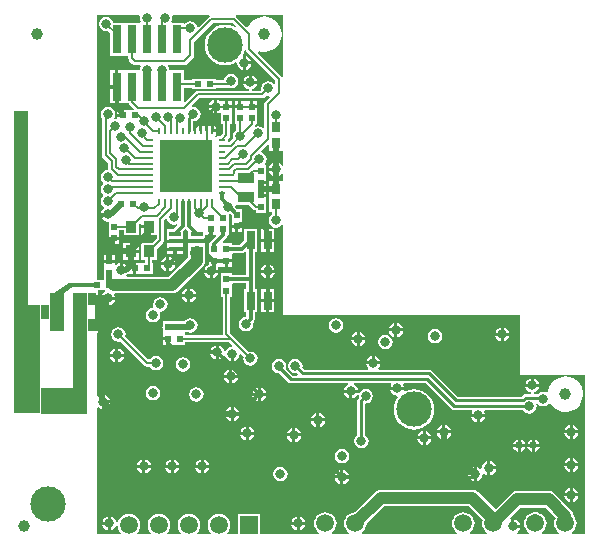
<source format=gtl>
%FSLAX25Y25*%
%MOIN*%
G70*
G01*
G75*
G04 Layer_Physical_Order=1*
G04 Layer_Color=255*
%ADD10O,0.00984X0.02559*%
%ADD11O,0.02559X0.00984*%
%ADD12R,0.17716X0.17716*%
%ADD13R,0.02953X0.03543*%
%ADD14R,0.05315X0.03740*%
%ADD15R,0.01575X0.01575*%
%ADD16R,0.00039X0.11811*%
%ADD17R,0.02559X0.06102*%
%ADD18R,0.03543X0.03937*%
%ADD19R,0.03937X0.01378*%
%ADD20R,0.02953X0.09449*%
%ADD21R,0.01969X0.02362*%
%ADD22R,0.02362X0.01969*%
%ADD23C,0.03937*%
%ADD24C,0.00787*%
%ADD25C,0.02000*%
%ADD26C,0.01969*%
%ADD27C,0.01181*%
%ADD28C,0.01000*%
%ADD29C,0.03937*%
%ADD30R,0.02913X0.03937*%
%ADD31R,0.03150X0.04724*%
%ADD32R,0.05079X0.19193*%
%ADD33R,0.03937X0.36142*%
%ADD34R,0.04764X1.00709*%
%ADD35R,0.15590X0.08583*%
%ADD36R,0.04764X0.12598*%
%ADD37R,0.05079X0.12598*%
%ADD38R,0.07992X0.01811*%
G04:AMPARAMS|DCode=39|XSize=18.11mil|YSize=66.44mil|CornerRadius=0mil|HoleSize=0mil|Usage=FLASHONLY|Rotation=124.500|XOffset=0mil|YOffset=0mil|HoleType=Round|Shape=Rectangle|*
%AMROTATEDRECTD39*
4,1,4,0.03251,0.01135,-0.02225,-0.02628,-0.03251,-0.01135,0.02225,0.02628,0.03251,0.01135,0.0*
%
%ADD39ROTATEDRECTD39*%

%ADD40R,0.03500X0.06000*%
%ADD41R,0.04000X0.03870*%
%ADD42R,0.04000X0.03709*%
%ADD43C,0.05906*%
%ADD44R,0.05906X0.05906*%
%ADD45C,0.11811*%
%ADD46C,0.02598*%
%ADD47C,0.03150*%
G36*
X495218Y249351D02*
X494856Y248476D01*
X494728Y247500D01*
X494856Y246524D01*
X495233Y245614D01*
X495832Y244832D01*
X496300Y244474D01*
X496140Y244000D01*
X490860D01*
X490700Y244474D01*
X491167Y244832D01*
X491767Y245614D01*
X492144Y246524D01*
X492272Y247500D01*
X492144Y248476D01*
X491767Y249386D01*
X491167Y250167D01*
X490386Y250767D01*
X489476Y251144D01*
X489245Y251174D01*
X489219Y251185D01*
X488500Y251280D01*
X487781Y251185D01*
X487755Y251174D01*
X487524Y251144D01*
X486614Y250767D01*
X485833Y250167D01*
X485233Y249386D01*
X484856Y248476D01*
X484728Y247500D01*
X484856Y246524D01*
X485233Y245614D01*
X485833Y244832D01*
X486300Y244474D01*
X486140Y244000D01*
X482372D01*
X482226Y244479D01*
X482703Y244797D01*
X483225Y245578D01*
X483309Y246000D01*
X481000D01*
Y246500D01*
X480500D01*
Y248809D01*
X480396Y248788D01*
X480160Y249229D01*
X483651Y252720D01*
X491849D01*
X495218Y249351D01*
D02*
G37*
G36*
X470925Y248644D02*
X470856Y248476D01*
X470728Y247500D01*
X470856Y246524D01*
X471233Y245614D01*
X471833Y244832D01*
X472300Y244474D01*
X472140Y244000D01*
X466860D01*
X466700Y244474D01*
X467168Y244832D01*
X467767Y245614D01*
X468144Y246524D01*
X468272Y247500D01*
X468144Y248476D01*
X467767Y249386D01*
X467168Y250167D01*
X466386Y250767D01*
X465476Y251144D01*
X464500Y251272D01*
X463524Y251144D01*
X462614Y250767D01*
X461833Y250167D01*
X461233Y249386D01*
X460856Y248476D01*
X460728Y247500D01*
X460856Y246524D01*
X461233Y245614D01*
X461833Y244832D01*
X462300Y244474D01*
X462140Y244000D01*
X430860D01*
X430700Y244474D01*
X431168Y244832D01*
X431767Y245614D01*
X432144Y246524D01*
X432248Y247317D01*
X438151Y253220D01*
X466349D01*
X470925Y248644D01*
D02*
G37*
G36*
X399500Y390091D02*
X399764Y390144D01*
X400000Y389703D01*
X398393Y388096D01*
X398131Y387705D01*
X398040Y387244D01*
X398040Y387244D01*
Y379508D01*
X397599Y379273D01*
X396922Y379725D01*
X396000Y379908D01*
X395490Y379807D01*
X395196Y380101D01*
X395388Y380563D01*
X395772D01*
Y384146D01*
X395772Y384146D01*
X395772D01*
X395772Y384500D01*
Y384500D01*
D01*
X395772Y384854D01*
X395772Y384854D01*
X395772D01*
Y385968D01*
X394000D01*
Y386469D01*
X393500D01*
Y388437D01*
X392228D01*
D01*
D01*
X392228Y388437D01*
X391772D01*
Y388437D01*
X390500D01*
Y386469D01*
X390000D01*
Y385968D01*
X388228D01*
Y384854D01*
X388228Y384854D01*
X388228D01*
X388228Y384500D01*
Y384500D01*
D01*
X388228Y384146D01*
X388228Y384146D01*
X388228D01*
Y380563D01*
X388796D01*
Y378536D01*
X388297Y378203D01*
X387775Y377422D01*
X387592Y376500D01*
X387708Y375912D01*
X386573Y374776D01*
X386074Y374801D01*
X385926Y374980D01*
X386001Y375358D01*
X385937Y375683D01*
X386351Y376097D01*
X386351Y376097D01*
X386613Y376488D01*
X386704Y376949D01*
Y380563D01*
X387272D01*
Y384146D01*
X387272Y384146D01*
X387272D01*
X387272Y384500D01*
Y384500D01*
D01*
X387272Y384854D01*
X387272Y384854D01*
X387272D01*
Y385968D01*
X385500D01*
Y386469D01*
X385000D01*
Y388437D01*
X383728D01*
Y388437D01*
X383274Y388437D01*
X382890Y388694D01*
X382469Y388777D01*
Y386469D01*
Y384159D01*
X382890Y384243D01*
X383274Y384500D01*
X383304D01*
X383728Y384273D01*
X383728Y384146D01*
X383728Y384146D01*
X383728D01*
Y380563D01*
X384296D01*
Y377448D01*
X383511Y376663D01*
X383122D01*
X382623Y376564D01*
X382200Y376281D01*
X382124Y376168D01*
X381774Y376274D01*
X381668Y376624D01*
X381781Y376700D01*
X382064Y377123D01*
X382163Y377622D01*
Y377909D01*
X380858D01*
Y378410D01*
X380358D01*
Y380402D01*
X379936Y380119D01*
X379812D01*
X379390Y380402D01*
Y378410D01*
X378390D01*
Y380402D01*
X377967Y380119D01*
X377844D01*
X377421Y380402D01*
Y378410D01*
X376421D01*
Y380402D01*
X375999Y380119D01*
X375875D01*
X375453Y380402D01*
Y378410D01*
X374453D01*
Y380637D01*
X374297Y380765D01*
Y381425D01*
X374500Y381592D01*
X375422Y381775D01*
X376203Y382297D01*
X376725Y383078D01*
X376908Y384000D01*
X376725Y384922D01*
X376203Y385703D01*
X375422Y386225D01*
X374500Y386408D01*
X374236Y386356D01*
X374000Y386797D01*
X376499Y389296D01*
X381523D01*
X381524Y389290D01*
X382413D01*
X382414Y389296D01*
X397500D01*
X397500Y389296D01*
X397961Y389387D01*
X398352Y389649D01*
X398912Y390209D01*
X399500Y390091D01*
D02*
G37*
G36*
X334008Y326000D02*
X332982Y327492D01*
X334008Y327811D01*
Y326000D01*
D02*
G37*
G36*
X356714Y416613D02*
X356592Y416000D01*
X356775Y415078D01*
X356943Y414827D01*
X356707Y414386D01*
X356264D01*
Y414386D01*
X351736D01*
D01*
D01*
X351736Y414386D01*
X351264D01*
Y414386D01*
X347832D01*
X347725Y414922D01*
X347203Y415703D01*
X346422Y416225D01*
X345500Y416408D01*
X344578Y416225D01*
X343797Y415703D01*
X343275Y414922D01*
X343092Y414000D01*
X343275Y413078D01*
X343797Y412297D01*
X344578Y411775D01*
X345500Y411591D01*
X346088Y411709D01*
X346736Y411061D01*
Y403362D01*
X351264D01*
Y403362D01*
X351264D01*
X351264Y403362D01*
X351736D01*
Y403362D01*
X352796D01*
Y402500D01*
X352796Y402500D01*
X352887Y402039D01*
X353149Y401649D01*
X354149Y400648D01*
X354149Y400648D01*
X354383Y400492D01*
X354539Y400387D01*
X355000Y400296D01*
X356828D01*
X357064Y399855D01*
X356775Y399422D01*
X356619Y398638D01*
X356264D01*
Y398638D01*
X351736D01*
D01*
D01*
X351736Y398638D01*
X351264D01*
Y398638D01*
X349500D01*
Y393126D01*
Y387614D01*
X351264D01*
Y387614D01*
X351264D01*
X351264Y387614D01*
X351736D01*
Y387614D01*
X352872D01*
X352887Y387539D01*
X353149Y387148D01*
X354563Y385734D01*
X354372Y385272D01*
X353000D01*
D01*
X353000Y385272D01*
X353000D01*
Y385272D01*
D01*
X351532D01*
Y383500D01*
X351031D01*
Y383000D01*
X349063D01*
Y382691D01*
X348725Y382413D01*
X348230Y382486D01*
X348030Y382786D01*
X348225Y383078D01*
X348409Y384000D01*
X348225Y384922D01*
X347703Y385703D01*
X346922Y386225D01*
X346000Y386408D01*
X345078Y386225D01*
X344297Y385703D01*
X343775Y384922D01*
X343591Y384000D01*
X343775Y383078D01*
X344124Y382556D01*
X344067Y382272D01*
X344067Y382272D01*
Y370228D01*
X344067Y370228D01*
X344159Y369767D01*
X344420Y369377D01*
X346052Y367745D01*
Y365744D01*
X346052Y365744D01*
X346052Y365744D01*
X346052Y365744D01*
X346000Y365408D01*
X345078Y365225D01*
X344297Y364703D01*
X343775Y363922D01*
X343591Y363000D01*
X343775Y362078D01*
X344297Y361297D01*
X344367Y361250D01*
Y360750D01*
X344297Y360703D01*
X343775Y359922D01*
X343591Y359000D01*
X343775Y358078D01*
X344297Y357297D01*
X344367Y357250D01*
Y356750D01*
X344297Y356703D01*
X343775Y355922D01*
X343591Y355000D01*
X343775Y354078D01*
X344297Y353297D01*
X344741Y353000D01*
Y352500D01*
X344297Y352203D01*
X343775Y351422D01*
X343691Y351000D01*
X346000D01*
Y350000D01*
X343691D01*
X343775Y349578D01*
X344297Y348797D01*
X345078Y348275D01*
X346000Y348092D01*
X346228Y347904D01*
Y344854D01*
X346228Y344854D01*
X346228D01*
X346228Y344500D01*
Y344500D01*
D01*
X346228Y344146D01*
X346228Y344146D01*
X346228D01*
Y343032D01*
X349772D01*
Y344146D01*
X349772Y344146D01*
X349772D01*
X349772Y344500D01*
Y344500D01*
D01*
X349772Y344854D01*
X349772Y344854D01*
X349772D01*
Y345264D01*
X351291D01*
Y343673D01*
X356409D01*
Y347285D01*
X356735Y347611D01*
X357197Y347419D01*
Y346929D01*
X359756D01*
Y346429D01*
X360256D01*
Y343673D01*
X362296D01*
Y342503D01*
X360710Y340917D01*
X357098D01*
Y335405D01*
X358453D01*
Y334272D01*
X357354D01*
X357354Y334272D01*
Y334272D01*
X357000Y334272D01*
X357000D01*
D01*
X356646Y334272D01*
X356646Y334272D01*
Y334272D01*
X355532D01*
Y332500D01*
Y330728D01*
X356646D01*
X356646Y330728D01*
Y330728D01*
X357000Y330728D01*
X357000D01*
D01*
X357354Y330728D01*
X357354Y330728D01*
Y330728D01*
X360937D01*
Y334272D01*
X360862D01*
Y335405D01*
X362216D01*
Y339017D01*
X364352Y341152D01*
X364352Y341152D01*
X364508Y341387D01*
X364613Y341543D01*
X364704Y342004D01*
X364704Y342004D01*
X364704Y342004D01*
Y342004D01*
Y348501D01*
X365235Y349032D01*
X365714Y348887D01*
X365775Y348578D01*
X366297Y347797D01*
X367078Y347275D01*
X368000Y347092D01*
X368908Y347272D01*
X369143Y346831D01*
X367848Y345535D01*
X365602D01*
Y342583D01*
Y342000D01*
X371114D01*
Y342583D01*
Y344828D01*
X371918Y345632D01*
X371991Y345625D01*
X372787Y344828D01*
Y342583D01*
Y342000D01*
X378299D01*
Y342583D01*
Y343563D01*
X378728D01*
Y343563D01*
X380000D01*
Y345532D01*
X381000D01*
Y343563D01*
X381923D01*
X382114Y343101D01*
X380507Y341494D01*
X380202Y341038D01*
X380182Y340937D01*
X379728D01*
Y337354D01*
X379728Y337354D01*
X379728D01*
X379728Y337000D01*
Y337000D01*
D01*
X379728Y336646D01*
X379728Y336646D01*
X379728D01*
Y335531D01*
X381500D01*
Y334531D01*
X379728D01*
Y333755D01*
X379578Y333725D01*
X378797Y333203D01*
X378275Y332422D01*
X378191Y332000D01*
X382809D01*
X382725Y332422D01*
X382591Y332622D01*
X382827Y333063D01*
X383272D01*
Y333063D01*
X383272D01*
X383272Y333063D01*
X383728D01*
Y333063D01*
X385000D01*
Y335032D01*
X385500D01*
Y335531D01*
X387272D01*
Y336646D01*
X387272Y336646D01*
X387272D01*
X387272Y337000D01*
Y337000D01*
D01*
Y337210D01*
X387625Y337563D01*
X390575D01*
X391112Y337670D01*
X391568Y337975D01*
X391568Y337975D01*
X391568Y337975D01*
X391680Y338087D01*
X392142Y337896D01*
Y330374D01*
X387272D01*
Y330937D01*
X383728D01*
Y327354D01*
X383728Y327354D01*
X383728D01*
X383728Y327000D01*
Y327000D01*
D01*
X383728Y326646D01*
X383728Y326646D01*
X383728D01*
Y323063D01*
X384296D01*
Y310500D01*
X384296Y310500D01*
X384079Y310236D01*
X371772D01*
Y310646D01*
X371772Y310647D01*
D01*
D01*
X371772Y311000D01*
D01*
Y311000D01*
Y311000D01*
D01*
Y311018D01*
X371772Y311162D01*
X372969D01*
X373057Y311180D01*
X373500Y311091D01*
X374422Y311275D01*
X375203Y311797D01*
X375725Y312578D01*
X375908Y313500D01*
X375725Y314422D01*
X375203Y315203D01*
X374422Y315725D01*
X373500Y315909D01*
X372578Y315725D01*
X371797Y315203D01*
X371619Y314937D01*
X368228D01*
D01*
D01*
X368228Y314937D01*
X367772Y314937D01*
Y314937D01*
X364228D01*
Y313143D01*
X364194Y312968D01*
X364228Y312794D01*
Y311354D01*
X364228Y311354D01*
X364228D01*
X364228Y311000D01*
Y311000D01*
D01*
X364228Y310646D01*
X364228Y310646D01*
X364228D01*
Y309531D01*
X366000D01*
Y309032D01*
X366500D01*
Y307063D01*
X367772D01*
Y307063D01*
X367772D01*
X367772Y307063D01*
X368228Y307063D01*
Y307063D01*
X371772D01*
Y307827D01*
X386470D01*
X387449Y306848D01*
X387304Y306369D01*
X386578Y306225D01*
X385797Y305703D01*
X385291Y304946D01*
X384800Y305043D01*
X384725Y305422D01*
X384203Y306203D01*
X383422Y306725D01*
X383000Y306809D01*
Y304500D01*
Y302191D01*
X383422Y302275D01*
X384203Y302797D01*
X384709Y303554D01*
X385200Y303457D01*
X385275Y303078D01*
X385797Y302297D01*
X386578Y301775D01*
X387000Y301691D01*
Y304000D01*
X388000D01*
Y301691D01*
X388422Y301775D01*
X389203Y302297D01*
X389725Y303078D01*
X389869Y303804D01*
X390348Y303949D01*
X391209Y303088D01*
X391091Y302500D01*
X391275Y301578D01*
X391797Y300797D01*
X392578Y300275D01*
X393500Y300092D01*
X394422Y300275D01*
X395203Y300797D01*
X395725Y301578D01*
X395908Y302500D01*
X395725Y303422D01*
X395203Y304203D01*
X394422Y304725D01*
X393500Y304908D01*
X392912Y304791D01*
X387820Y309883D01*
X387820Y309883D01*
X386704Y310999D01*
Y323063D01*
X387272D01*
Y326646D01*
X387272Y326646D01*
X387272D01*
X387272Y327000D01*
Y327000D01*
D01*
Y327210D01*
X387625Y327564D01*
X392142D01*
Y325504D01*
X391480D01*
Y317827D01*
X392142D01*
Y316525D01*
X392000Y316408D01*
X391078Y316225D01*
X390297Y315703D01*
X389775Y314922D01*
X389592Y314000D01*
X389775Y313078D01*
X390297Y312297D01*
X391078Y311775D01*
X392000Y311592D01*
X392922Y311775D01*
X393703Y312297D01*
X394225Y313078D01*
X394408Y314000D01*
X394338Y314352D01*
X394541Y314554D01*
X394845Y315010D01*
X394952Y315547D01*
Y317827D01*
X395614D01*
Y325504D01*
X394952D01*
Y329000D01*
Y338102D01*
X395614D01*
Y345779D01*
X391480D01*
Y341861D01*
X389993Y340373D01*
X387272D01*
Y340937D01*
X384577D01*
X384386Y341399D01*
X385493Y342507D01*
X385798Y342962D01*
X385905Y343500D01*
Y343563D01*
X386272D01*
Y347146D01*
X386272Y347147D01*
X386272D01*
X386272Y347500D01*
Y347500D01*
D01*
X386272Y347854D01*
X386272Y347854D01*
X386272D01*
Y350646D01*
X386742Y350739D01*
X387228Y350253D01*
Y348854D01*
X387228Y348854D01*
X387228D01*
X387228Y348500D01*
Y348500D01*
D01*
X387228Y348146D01*
X387228Y348146D01*
X387228D01*
Y347031D01*
X390772D01*
Y348146D01*
X390772Y348146D01*
X390772D01*
X390772Y348500D01*
Y348500D01*
D01*
X390772Y348854D01*
X390772Y348854D01*
X390772D01*
Y352437D01*
X389018D01*
X388397Y353059D01*
X388367Y353208D01*
X388684Y353594D01*
X392954D01*
X394369Y352180D01*
X394369Y352180D01*
X394760Y351919D01*
X394760Y351919D01*
X394760Y351919D01*
D01*
X394760Y351919D01*
X394760Y351919D01*
X395220Y351827D01*
X395228Y351788D01*
Y351063D01*
X398772D01*
Y355000D01*
D01*
Y355000D01*
X398772Y355000D01*
Y355000D01*
X398772D01*
X398772D01*
Y356469D01*
X397000D01*
Y357469D01*
X398772D01*
Y358937D01*
D01*
Y358937D01*
X398772Y358937D01*
X398772Y359063D01*
X398772D01*
Y360531D01*
X397000D01*
Y361531D01*
X398772D01*
Y363000D01*
D01*
Y363000D01*
X398772Y363000D01*
Y363000D01*
X398772D01*
X398772D01*
Y366937D01*
X398493D01*
X398257Y367378D01*
X398725Y368078D01*
X398908Y369000D01*
X398725Y369922D01*
X398203Y370703D01*
X397422Y371225D01*
X397199Y371269D01*
X397054Y371748D01*
X399274Y373969D01*
X399736Y373777D01*
Y371783D01*
X401500D01*
Y374342D01*
X402500D01*
Y371783D01*
X404264D01*
D01*
X404264D01*
X404500Y371547D01*
Y366872D01*
X404022Y366726D01*
X403703Y367203D01*
X402922Y367725D01*
X402500Y367809D01*
Y365500D01*
Y363191D01*
X402922Y363275D01*
X403703Y363797D01*
X404022Y364274D01*
X404500Y364128D01*
Y361717D01*
X404500D01*
X404264D01*
X404146Y361717D01*
X404146Y361717D01*
Y361717D01*
X402500D01*
Y359157D01*
X402000D01*
Y358658D01*
X399736D01*
Y356755D01*
X399736Y356755D01*
X399736D01*
X399736Y356598D01*
Y356500D01*
Y356402D01*
X399736Y356245D01*
X399736Y356245D01*
X399736D01*
Y351284D01*
X400796D01*
Y350536D01*
X400297Y350203D01*
X399775Y349422D01*
X399591Y348500D01*
X399775Y347578D01*
X400297Y346797D01*
X401078Y346275D01*
X401078D01*
X400993Y345845D01*
D01*
Y345845D01*
X400993Y345845D01*
D01*
Y345845D01*
X400980Y345779D01*
X399756D01*
Y342441D01*
X401323D01*
Y345711D01*
X401323D01*
Y345779D01*
X401323D01*
Y345779D01*
D01*
D01*
X401339Y345862D01*
X401755Y346140D01*
X402000Y346092D01*
X402922Y346275D01*
X403703Y346797D01*
X404022Y347274D01*
X404500Y347128D01*
Y317000D01*
X483500D01*
Y297000D01*
X505000D01*
Y244000D01*
X500860D01*
X500700Y244474D01*
X501167Y244832D01*
X501767Y245614D01*
X502144Y246524D01*
X502272Y247500D01*
X502144Y248476D01*
X501767Y249386D01*
X501276Y250026D01*
X501185Y250719D01*
X500907Y251390D01*
X500465Y251965D01*
X494966Y257466D01*
X494390Y257907D01*
X493719Y258185D01*
X493000Y258280D01*
X482500D01*
X481781Y258185D01*
X481110Y257907D01*
X480535Y257466D01*
X475250Y252181D01*
X469465Y257965D01*
X468890Y258407D01*
X468219Y258685D01*
X467500Y258780D01*
X437000D01*
X436281Y258685D01*
X435610Y258407D01*
X435035Y257965D01*
X428317Y251248D01*
X427524Y251144D01*
X426614Y250767D01*
X425833Y250167D01*
X425233Y249386D01*
X424856Y248476D01*
X424728Y247500D01*
X424856Y246524D01*
X425233Y245614D01*
X425833Y244832D01*
X426300Y244474D01*
X426140Y244000D01*
X420860D01*
X420700Y244474D01*
X421168Y244832D01*
X421767Y245614D01*
X422144Y246524D01*
X422272Y247500D01*
X422144Y248476D01*
X421767Y249386D01*
X421168Y250167D01*
X420386Y250767D01*
X419476Y251144D01*
X418500Y251272D01*
X417524Y251144D01*
X416614Y250767D01*
X415833Y250167D01*
X415233Y249386D01*
X414856Y248476D01*
X414728Y247500D01*
X414856Y246524D01*
X415233Y245614D01*
X415833Y244832D01*
X416300Y244474D01*
X416140Y244000D01*
X396740D01*
Y250740D01*
X389260D01*
Y244000D01*
X385978D01*
X385756Y244448D01*
X386267Y245114D01*
X386644Y246024D01*
X386772Y247000D01*
X386644Y247976D01*
X386267Y248886D01*
X385667Y249668D01*
X384886Y250267D01*
X383976Y250644D01*
X383000Y250772D01*
X382024Y250644D01*
X381114Y250267D01*
X380332Y249668D01*
X379733Y248886D01*
X379356Y247976D01*
X379228Y247000D01*
X379356Y246024D01*
X379733Y245114D01*
X380243Y244448D01*
X380022Y244000D01*
X375978D01*
X375757Y244448D01*
X376267Y245114D01*
X376644Y246024D01*
X376772Y247000D01*
X376644Y247976D01*
X376267Y248886D01*
X375668Y249668D01*
X374886Y250267D01*
X373976Y250644D01*
X373000Y250772D01*
X372024Y250644D01*
X371114Y250267D01*
X370333Y249668D01*
X369733Y248886D01*
X369356Y247976D01*
X369228Y247000D01*
X369356Y246024D01*
X369733Y245114D01*
X370244Y244448D01*
X370022Y244000D01*
X365978D01*
X365757Y244448D01*
X366267Y245114D01*
X366644Y246024D01*
X366772Y247000D01*
X366644Y247976D01*
X366267Y248886D01*
X365668Y249668D01*
X364886Y250267D01*
X363976Y250644D01*
X363000Y250772D01*
X362024Y250644D01*
X361114Y250267D01*
X360332Y249668D01*
X359733Y248886D01*
X359356Y247976D01*
X359228Y247000D01*
X359356Y246024D01*
X359733Y245114D01*
X360244Y244448D01*
X360022Y244000D01*
X355978D01*
X355756Y244448D01*
X356267Y245114D01*
X356644Y246024D01*
X356772Y247000D01*
X356644Y247976D01*
X356267Y248886D01*
X355667Y249668D01*
X354886Y250267D01*
X353976Y250644D01*
X353000Y250772D01*
X352024Y250644D01*
X351114Y250267D01*
X350332Y249668D01*
X349733Y248886D01*
X349356Y247976D01*
X349340Y247857D01*
X348841Y247841D01*
X348725Y248422D01*
X348203Y249203D01*
X347422Y249725D01*
X347000Y249809D01*
Y247500D01*
Y245191D01*
X347422Y245275D01*
X348203Y245797D01*
X348725Y246578D01*
X348762Y246761D01*
X349261Y246745D01*
X349356Y246024D01*
X349733Y245114D01*
X350243Y244448D01*
X350022Y244000D01*
X342500D01*
Y285965D01*
X342941Y286201D01*
X343578Y285775D01*
X344000Y285691D01*
Y288000D01*
Y290309D01*
X343578Y290225D01*
X342941Y289799D01*
X342500Y290035D01*
Y311017D01*
X342568Y311062D01*
X342731Y311307D01*
X342807D01*
Y317500D01*
X342000D01*
Y318500D01*
X342807D01*
Y324693D01*
X342807D01*
X342807Y325154D01*
X342857Y325228D01*
X344500D01*
D01*
X344500Y325228D01*
X344500Y325228D01*
X344500D01*
Y325228D01*
Y325228D01*
X345057D01*
X345106Y324731D01*
X345078Y324725D01*
X344297Y324203D01*
X343775Y323422D01*
X343691Y323000D01*
X348309D01*
X348225Y323422D01*
X347986Y323779D01*
X348222Y324220D01*
X367500D01*
X368219Y324315D01*
X368890Y324593D01*
X369465Y325034D01*
X369465Y325034D01*
X369465Y325034D01*
X377509Y333078D01*
X377951Y333653D01*
X378228Y334324D01*
X378323Y335043D01*
X378323Y335043D01*
X378323Y335043D01*
Y335043D01*
Y338000D01*
X378299Y338181D01*
Y340024D01*
Y341000D01*
X372787D01*
Y340024D01*
Y338181D01*
X372764Y338000D01*
Y337829D01*
X372720Y337500D01*
X372764Y337171D01*
Y336195D01*
X366349Y329780D01*
X352290D01*
X352145Y330258D01*
X352203Y330297D01*
X352491Y330728D01*
X353063Y330728D01*
Y330728D01*
X354532D01*
Y332500D01*
Y334272D01*
X353063D01*
Y333277D01*
X352585Y333132D01*
X352203Y333703D01*
X351422Y334225D01*
X351000Y334309D01*
Y332000D01*
X350000D01*
Y334309D01*
X349578Y334225D01*
X348797Y333703D01*
X348750Y333633D01*
X348272Y333778D01*
Y334469D01*
X344728D01*
Y333354D01*
X344728Y333354D01*
X344728D01*
X344728Y333000D01*
Y333000D01*
D01*
X344728Y332646D01*
X344728Y332646D01*
X344728D01*
Y331206D01*
X344694Y331031D01*
Y328772D01*
X344500Y328772D01*
D01*
X344500D01*
Y328772D01*
D01*
X342500D01*
Y417000D01*
X356396D01*
X356714Y416613D01*
D02*
G37*
G36*
X379903Y416522D02*
X379883Y416508D01*
X379648Y416352D01*
X379648Y416352D01*
X376265Y412968D01*
X375786Y413113D01*
X375725Y413422D01*
X375203Y414203D01*
X374422Y414725D01*
X373500Y414909D01*
X372578Y414725D01*
X371797Y414203D01*
X371742Y414121D01*
X371264Y414266D01*
Y414386D01*
X367293D01*
X367057Y414827D01*
X367225Y415078D01*
X367408Y416000D01*
X367286Y416613D01*
X367604Y417000D01*
X379758D01*
X379903Y416522D01*
D02*
G37*
G36*
X404500Y396492D02*
X404022Y396347D01*
X403852Y396602D01*
X403852Y396602D01*
X396010Y404443D01*
X396302Y404849D01*
X397000Y404500D01*
X398500D01*
X401500Y405500D01*
X403000Y407000D01*
X404000Y410000D01*
Y411000D01*
X403500Y413000D01*
X402500Y414500D01*
X400500Y416000D01*
X398000Y416500D01*
X396000Y416000D01*
X394000Y415000D01*
X392602Y413136D01*
X392103Y413100D01*
X388851Y416352D01*
X388597Y416522D01*
X388742Y417000D01*
X404500D01*
Y396492D01*
D02*
G37*
G36*
X388539Y413258D02*
X388241Y412857D01*
X387574Y413213D01*
X386312Y413596D01*
X385000Y413725D01*
X383688Y413596D01*
X382426Y413213D01*
X381264Y412592D01*
X380244Y411756D01*
X379408Y410736D01*
X378787Y409574D01*
X378404Y408312D01*
X378275Y407000D01*
X378404Y405688D01*
X378787Y404426D01*
X379408Y403264D01*
X380244Y402245D01*
X381264Y401408D01*
X382426Y400787D01*
X383688Y400404D01*
X385000Y400275D01*
X386312Y400404D01*
X387574Y400787D01*
X388709Y401394D01*
X389110Y401096D01*
X389091Y401000D01*
X389275Y400078D01*
X389797Y399297D01*
X390578Y398775D01*
X391000Y398691D01*
Y401000D01*
Y403532D01*
X390846Y403739D01*
X391213Y404426D01*
X391434Y405154D01*
X391929Y405227D01*
X392148Y404899D01*
X401796Y395251D01*
Y394177D01*
X401317Y394032D01*
X401203Y394203D01*
X400422Y394725D01*
X399500Y394908D01*
X398578Y394725D01*
X397797Y394203D01*
X397275Y393422D01*
X397092Y392500D01*
X397173Y392091D01*
X396856Y391704D01*
X394104D01*
X394055Y392202D01*
X394422Y392275D01*
X395203Y392797D01*
X395725Y393578D01*
X395809Y394000D01*
X391191D01*
X391275Y393578D01*
X391797Y392797D01*
X392578Y392275D01*
X392945Y392202D01*
X392896Y391704D01*
X376000D01*
X375539Y391613D01*
X375149Y391352D01*
X371726Y387929D01*
X371264Y388120D01*
Y392796D01*
X374063D01*
Y392228D01*
X377646D01*
X377646Y392228D01*
Y392228D01*
X378000Y392228D01*
X378000D01*
D01*
X378354Y392228D01*
X378354Y392228D01*
Y392228D01*
X381937D01*
Y392796D01*
X386000D01*
X386000Y392796D01*
X386036Y392803D01*
X386078Y392775D01*
X387000Y392592D01*
X387922Y392775D01*
X388703Y393297D01*
X389225Y394078D01*
X389408Y395000D01*
X389225Y395922D01*
X388703Y396703D01*
X387922Y397225D01*
X387000Y397409D01*
X386078Y397225D01*
X385297Y396703D01*
X384775Y395922D01*
X384632Y395204D01*
X381937D01*
Y395772D01*
X378354D01*
X378354Y395772D01*
Y395772D01*
X378000Y395772D01*
X378000D01*
D01*
X377646Y395772D01*
X377646Y395772D01*
Y395772D01*
X374063D01*
Y395204D01*
X371264D01*
Y398638D01*
X366736D01*
Y398638D01*
X366381D01*
X366225Y399422D01*
X365936Y399855D01*
X366172Y400296D01*
X371500D01*
X371500Y400296D01*
X371961Y400387D01*
X372352Y400648D01*
X374352Y402648D01*
X374352Y402648D01*
X374613Y403039D01*
X374613Y403039D01*
X374613Y403039D01*
X374704Y403500D01*
X374704Y403500D01*
Y408001D01*
X380999Y414296D01*
X387501D01*
X388539Y413258D01*
D02*
G37*
%LPC*%
G36*
X452000Y278309D02*
Y276500D01*
X453809D01*
X453725Y276922D01*
X453203Y277703D01*
X452422Y278225D01*
X452000Y278309D01*
D02*
G37*
G36*
X407500Y279309D02*
X407078Y279225D01*
X406297Y278703D01*
X405775Y277922D01*
X405691Y277500D01*
X407500D01*
Y279309D01*
D02*
G37*
G36*
X451000Y278309D02*
X450578Y278225D01*
X449797Y277703D01*
X449275Y276922D01*
X449191Y276500D01*
X451000D01*
Y278309D01*
D02*
G37*
G36*
X500000Y277500D02*
X498191D01*
X498275Y277078D01*
X498797Y276297D01*
X499578Y275775D01*
X500000Y275691D01*
Y277500D01*
D02*
G37*
G36*
X502809D02*
X501000D01*
Y275691D01*
X501422Y275775D01*
X502203Y276297D01*
X502725Y277078D01*
X502809Y277500D01*
D02*
G37*
G36*
X457500Y280309D02*
X457078Y280225D01*
X456297Y279703D01*
X455775Y278922D01*
X455691Y278500D01*
X457500D01*
Y280309D01*
D02*
G37*
G36*
X458500D02*
Y278500D01*
X460309D01*
X460225Y278922D01*
X459703Y279703D01*
X458922Y280225D01*
X458500Y280309D01*
D02*
G37*
G36*
X393000Y279809D02*
Y278000D01*
X394809D01*
X394725Y278422D01*
X394203Y279203D01*
X393422Y279725D01*
X393000Y279809D01*
D02*
G37*
G36*
X408500Y279309D02*
Y277500D01*
X410309D01*
X410225Y277922D01*
X409703Y278703D01*
X408922Y279225D01*
X408500Y279309D01*
D02*
G37*
G36*
X392000Y279809D02*
X391578Y279725D01*
X390797Y279203D01*
X390275Y278422D01*
X390191Y278000D01*
X392000D01*
Y279809D01*
D02*
G37*
G36*
X460309Y277500D02*
X458500D01*
Y275691D01*
X458922Y275775D01*
X459703Y276297D01*
X460225Y277078D01*
X460309Y277500D01*
D02*
G37*
G36*
X487362Y275528D02*
X487048Y275465D01*
X486358Y275004D01*
X485897Y274314D01*
X485834Y274000D01*
X487362D01*
Y275528D01*
D02*
G37*
G36*
X488362D02*
Y274000D01*
X489890D01*
X489828Y274314D01*
X489367Y275004D01*
X488676Y275465D01*
X488362Y275528D01*
D02*
G37*
G36*
X483638D02*
Y274000D01*
X485166D01*
X485103Y274314D01*
X484642Y275004D01*
X483952Y275465D01*
X483638Y275528D01*
D02*
G37*
G36*
X453809Y275500D02*
X452000D01*
Y273691D01*
X452422Y273775D01*
X453203Y274297D01*
X453725Y275078D01*
X453809Y275500D01*
D02*
G37*
G36*
X482638Y275528D02*
X482324Y275465D01*
X481633Y275004D01*
X481172Y274314D01*
X481110Y274000D01*
X482638D01*
Y275528D01*
D02*
G37*
G36*
X394809Y277000D02*
X393000D01*
Y275191D01*
X393422Y275275D01*
X394203Y275797D01*
X394725Y276578D01*
X394809Y277000D01*
D02*
G37*
G36*
X457500Y277500D02*
X455691D01*
X455775Y277078D01*
X456297Y276297D01*
X457078Y275775D01*
X457500Y275691D01*
Y277500D01*
D02*
G37*
G36*
X392000Y277000D02*
X390191D01*
X390275Y276578D01*
X390797Y275797D01*
X391578Y275275D01*
X392000Y275191D01*
Y277000D01*
D02*
G37*
G36*
X407500Y276500D02*
X405691D01*
X405775Y276078D01*
X406297Y275297D01*
X407078Y274775D01*
X407500Y274691D01*
Y276500D01*
D02*
G37*
G36*
X410309D02*
X408500D01*
Y274691D01*
X408922Y274775D01*
X409703Y275297D01*
X410225Y276078D01*
X410309Y276500D01*
D02*
G37*
G36*
X396000Y290000D02*
X394191D01*
X394275Y289578D01*
X394797Y288797D01*
X395578Y288275D01*
X396000Y288191D01*
Y290000D01*
D02*
G37*
G36*
X398809D02*
X397000D01*
Y288191D01*
X397422Y288275D01*
X398203Y288797D01*
X398725Y289578D01*
X398809Y290000D01*
D02*
G37*
G36*
X375500Y292909D02*
X374578Y292725D01*
X373797Y292203D01*
X373275Y291422D01*
X373092Y290500D01*
X373275Y289578D01*
X373797Y288797D01*
X374578Y288275D01*
X375500Y288091D01*
X376422Y288275D01*
X377203Y288797D01*
X377725Y289578D01*
X377908Y290500D01*
X377725Y291422D01*
X377203Y292203D01*
X376422Y292725D01*
X375500Y292909D01*
D02*
G37*
G36*
X388000Y286309D02*
Y284500D01*
X389809D01*
X389725Y284922D01*
X389203Y285703D01*
X388422Y286225D01*
X388000Y286309D01*
D02*
G37*
G36*
X346809Y287500D02*
X345000D01*
Y285691D01*
X345422Y285775D01*
X346203Y286297D01*
X346725Y287078D01*
X346809Y287500D01*
D02*
G37*
G36*
X345000Y290309D02*
Y288500D01*
X346809D01*
X346725Y288922D01*
X346203Y289703D01*
X345422Y290225D01*
X345000Y290309D01*
D02*
G37*
G36*
X396000Y292809D02*
X395578Y292725D01*
X394797Y292203D01*
X394275Y291422D01*
X394191Y291000D01*
X396000D01*
Y292809D01*
D02*
G37*
G36*
X397000D02*
Y291000D01*
X398809D01*
X398725Y291422D01*
X398203Y292203D01*
X397422Y292725D01*
X397000Y292809D01*
D02*
G37*
G36*
X431968Y292377D02*
X431047Y292194D01*
X430266Y291672D01*
X429806Y290984D01*
X429766Y291000D01*
X427500D01*
Y289191D01*
X427922Y289275D01*
X428703Y289797D01*
X429163Y290485D01*
X429625Y290294D01*
X429560Y289968D01*
X429652Y289508D01*
X429572Y289428D01*
X429287Y289002D01*
X429187Y288500D01*
Y276964D01*
X428797Y276703D01*
X428275Y275922D01*
X428091Y275000D01*
X428275Y274078D01*
X428797Y273297D01*
X429578Y272775D01*
X430500Y272591D01*
X431422Y272775D01*
X432203Y273297D01*
X432725Y274078D01*
X432908Y275000D01*
X432725Y275922D01*
X432203Y276703D01*
X431813Y276964D01*
Y287432D01*
X431968Y287560D01*
X432890Y287743D01*
X433672Y288265D01*
X434194Y289047D01*
X434377Y289968D01*
X434194Y290890D01*
X433672Y291672D01*
X432890Y292194D01*
X431968Y292377D01*
D02*
G37*
G36*
X361000Y293408D02*
X360078Y293225D01*
X359297Y292703D01*
X358775Y291922D01*
X358592Y291000D01*
X358775Y290078D01*
X359297Y289297D01*
X360078Y288775D01*
X361000Y288592D01*
X361922Y288775D01*
X362703Y289297D01*
X363225Y290078D01*
X363408Y291000D01*
X363225Y291922D01*
X362703Y292703D01*
X361922Y293225D01*
X361000Y293408D01*
D02*
G37*
G36*
X426500Y291000D02*
X424691D01*
X424775Y290578D01*
X425297Y289797D01*
X426078Y289275D01*
X426500Y289191D01*
Y291000D01*
D02*
G37*
G36*
X418309Y281500D02*
X416500D01*
Y279691D01*
X416922Y279775D01*
X417703Y280297D01*
X418225Y281078D01*
X418309Y281500D01*
D02*
G37*
G36*
X469000Y283000D02*
X467191D01*
X467275Y282578D01*
X467797Y281797D01*
X468578Y281275D01*
X469000Y281191D01*
Y283000D01*
D02*
G37*
G36*
X415500Y281500D02*
X413691D01*
X413775Y281078D01*
X414297Y280297D01*
X415078Y279775D01*
X415500Y279691D01*
Y281500D01*
D02*
G37*
G36*
X500000Y280309D02*
X499578Y280225D01*
X498797Y279703D01*
X498275Y278922D01*
X498191Y278500D01*
X500000D01*
Y280309D01*
D02*
G37*
G36*
X501000D02*
Y278500D01*
X502809D01*
X502725Y278922D01*
X502203Y279703D01*
X501422Y280225D01*
X501000Y280309D01*
D02*
G37*
G36*
X471809Y283000D02*
X470000D01*
Y281191D01*
X470422Y281275D01*
X471203Y281797D01*
X471725Y282578D01*
X471809Y283000D01*
D02*
G37*
G36*
X416500Y284309D02*
Y282500D01*
X418309D01*
X418225Y282922D01*
X417703Y283703D01*
X416922Y284225D01*
X416500Y284309D01*
D02*
G37*
G36*
X387000Y286309D02*
X386578Y286225D01*
X385797Y285703D01*
X385275Y284922D01*
X385191Y284500D01*
X387000D01*
Y286309D01*
D02*
G37*
G36*
X415500Y284309D02*
X415078Y284225D01*
X414297Y283703D01*
X413775Y282922D01*
X413691Y282500D01*
X415500D01*
Y284309D01*
D02*
G37*
G36*
X387000Y283500D02*
X385191D01*
X385275Y283078D01*
X385797Y282297D01*
X386578Y281775D01*
X387000Y281691D01*
Y283500D01*
D02*
G37*
G36*
X389809D02*
X388000D01*
Y281691D01*
X388422Y281775D01*
X389203Y282297D01*
X389725Y283078D01*
X389809Y283500D01*
D02*
G37*
G36*
X468000Y263500D02*
X466191D01*
X466275Y263078D01*
X466797Y262297D01*
X467578Y261775D01*
X468000Y261691D01*
Y263500D01*
D02*
G37*
G36*
X423500Y265309D02*
X423078Y265225D01*
X422297Y264703D01*
X421775Y263922D01*
X421691Y263500D01*
X423500D01*
Y265309D01*
D02*
G37*
G36*
X403500Y266408D02*
X402578Y266225D01*
X401797Y265703D01*
X401275Y264922D01*
X401091Y264000D01*
X401275Y263078D01*
X401797Y262297D01*
X402578Y261775D01*
X403500Y261592D01*
X404422Y261775D01*
X405203Y262297D01*
X405725Y263078D01*
X405908Y264000D01*
X405725Y264922D01*
X405203Y265703D01*
X404422Y266225D01*
X403500Y266408D01*
D02*
G37*
G36*
X423500Y262500D02*
X421691D01*
X421775Y262078D01*
X422297Y261297D01*
X423078Y260775D01*
X423500Y260691D01*
Y262500D01*
D02*
G37*
G36*
X426309D02*
X424500D01*
Y260691D01*
X424922Y260775D01*
X425703Y261297D01*
X426225Y262078D01*
X426309Y262500D01*
D02*
G37*
G36*
X360309Y266000D02*
X358500D01*
Y264191D01*
X358922Y264275D01*
X359703Y264797D01*
X360225Y265578D01*
X360309Y266000D01*
D02*
G37*
G36*
X367000D02*
X365191D01*
X365275Y265578D01*
X365797Y264797D01*
X366578Y264275D01*
X367000Y264191D01*
Y266000D01*
D02*
G37*
G36*
X357500D02*
X355691D01*
X355775Y265578D01*
X356297Y264797D01*
X357078Y264275D01*
X357500Y264191D01*
Y266000D01*
D02*
G37*
G36*
X424500Y265309D02*
Y263500D01*
X426309D01*
X426225Y263922D01*
X425703Y264703D01*
X424922Y265225D01*
X424500Y265309D01*
D02*
G37*
G36*
X475309Y265500D02*
X473500D01*
Y263691D01*
X473922Y263775D01*
X474703Y264297D01*
X475225Y265078D01*
X475309Y265500D01*
D02*
G37*
G36*
X501000Y259309D02*
Y257500D01*
X502809D01*
X502725Y257922D01*
X502203Y258703D01*
X501422Y259225D01*
X501000Y259309D01*
D02*
G37*
G36*
X481500Y248809D02*
Y247000D01*
X483309D01*
X483225Y247422D01*
X482703Y248203D01*
X481922Y248725D01*
X481500Y248809D01*
D02*
G37*
G36*
X346000Y249809D02*
X345578Y249725D01*
X344797Y249203D01*
X344275Y248422D01*
X344191Y248000D01*
X346000D01*
Y249809D01*
D02*
G37*
G36*
X411809Y247000D02*
X410000D01*
Y245191D01*
X410422Y245275D01*
X411203Y245797D01*
X411725Y246578D01*
X411809Y247000D01*
D02*
G37*
G36*
X346000D02*
X344191D01*
X344275Y246578D01*
X344797Y245797D01*
X345578Y245275D01*
X346000Y245191D01*
Y247000D01*
D02*
G37*
G36*
X409000D02*
X407191D01*
X407275Y246578D01*
X407797Y245797D01*
X408578Y245275D01*
X409000Y245191D01*
Y247000D01*
D02*
G37*
G36*
X502809Y256500D02*
X501000D01*
Y254691D01*
X501422Y254775D01*
X502203Y255297D01*
X502725Y256078D01*
X502809Y256500D01*
D02*
G37*
G36*
X500000Y259309D02*
X499578Y259225D01*
X498797Y258703D01*
X498275Y257922D01*
X498191Y257500D01*
X500000D01*
Y259309D01*
D02*
G37*
G36*
Y256500D02*
X498191D01*
X498275Y256078D01*
X498797Y255297D01*
X499578Y254775D01*
X500000Y254691D01*
Y256500D01*
D02*
G37*
G36*
X409000Y249809D02*
X408578Y249725D01*
X407797Y249203D01*
X407275Y248422D01*
X407191Y248000D01*
X409000D01*
Y249809D01*
D02*
G37*
G36*
X410000D02*
Y248000D01*
X411809D01*
X411725Y248422D01*
X411203Y249203D01*
X410422Y249725D01*
X410000Y249809D01*
D02*
G37*
G36*
X369809Y266000D02*
X368000D01*
Y264191D01*
X368422Y264275D01*
X369203Y264797D01*
X369725Y265578D01*
X369809Y266000D01*
D02*
G37*
G36*
X501000Y269309D02*
Y267500D01*
X502809D01*
X502725Y267922D01*
X502203Y268703D01*
X501422Y269225D01*
X501000Y269309D01*
D02*
G37*
G36*
X424000Y272409D02*
X423078Y272225D01*
X422297Y271703D01*
X421775Y270922D01*
X421592Y270000D01*
X421775Y269078D01*
X422297Y268297D01*
X423078Y267775D01*
X424000Y267592D01*
X424922Y267775D01*
X425703Y268297D01*
X426225Y269078D01*
X426408Y270000D01*
X426225Y270922D01*
X425703Y271703D01*
X424922Y272225D01*
X424000Y272409D01*
D02*
G37*
G36*
X500000Y269309D02*
X499578Y269225D01*
X498797Y268703D01*
X498275Y267922D01*
X498191Y267500D01*
X500000D01*
Y269309D01*
D02*
G37*
G36*
X377000Y268809D02*
X376578Y268725D01*
X375797Y268203D01*
X375275Y267422D01*
X375191Y267000D01*
X377000D01*
Y268809D01*
D02*
G37*
G36*
X378000D02*
Y267000D01*
X379809D01*
X379725Y267422D01*
X379203Y268203D01*
X378422Y268725D01*
X378000Y268809D01*
D02*
G37*
G36*
X489890Y273000D02*
X488362D01*
Y271472D01*
X488676Y271534D01*
X489367Y271996D01*
X489828Y272686D01*
X489890Y273000D01*
D02*
G37*
G36*
X451000Y275500D02*
X449191D01*
X449275Y275078D01*
X449797Y274297D01*
X450578Y273775D01*
X451000Y273691D01*
Y275500D01*
D02*
G37*
G36*
X487362Y273000D02*
X485834D01*
X485897Y272686D01*
X486358Y271996D01*
X487048Y271534D01*
X487362Y271472D01*
Y273000D01*
D02*
G37*
G36*
X482638D02*
X481110D01*
X481172Y272686D01*
X481633Y271996D01*
X482324Y271534D01*
X482638Y271472D01*
Y273000D01*
D02*
G37*
G36*
X485166D02*
X483638D01*
Y271472D01*
X483952Y271534D01*
X484642Y271996D01*
X485103Y272686D01*
X485166Y273000D01*
D02*
G37*
G36*
X368000Y268809D02*
Y267000D01*
X369809D01*
X369725Y267422D01*
X369203Y268203D01*
X368422Y268725D01*
X368000Y268809D01*
D02*
G37*
G36*
X500000Y266500D02*
X498191D01*
X498275Y266078D01*
X498797Y265297D01*
X499578Y264775D01*
X500000Y264691D01*
Y266500D01*
D02*
G37*
G36*
X502809D02*
X501000D01*
Y264691D01*
X501422Y264775D01*
X502203Y265297D01*
X502725Y266078D01*
X502809Y266500D01*
D02*
G37*
G36*
X468000Y266309D02*
X467578Y266225D01*
X466797Y265703D01*
X466275Y264922D01*
X466191Y264500D01*
X468000D01*
Y266309D01*
D02*
G37*
G36*
X377000Y266000D02*
X375191D01*
X375275Y265578D01*
X375797Y264797D01*
X376578Y264275D01*
X377000Y264191D01*
Y266000D01*
D02*
G37*
G36*
X379809D02*
X378000D01*
Y264191D01*
X378422Y264275D01*
X379203Y264797D01*
X379725Y265578D01*
X379809Y266000D01*
D02*
G37*
G36*
X358500Y268809D02*
Y267000D01*
X360309D01*
X360225Y267422D01*
X359703Y268203D01*
X358922Y268725D01*
X358500Y268809D01*
D02*
G37*
G36*
X367000D02*
X366578Y268725D01*
X365797Y268203D01*
X365275Y267422D01*
X365191Y267000D01*
X367000D01*
Y268809D01*
D02*
G37*
G36*
X357500D02*
X357078Y268725D01*
X356297Y268203D01*
X355775Y267422D01*
X355691Y267000D01*
X357500D01*
Y268809D01*
D02*
G37*
G36*
X472500Y268309D02*
X472078Y268225D01*
X471297Y267703D01*
X470775Y266922D01*
X470591Y266000D01*
X470592Y265999D01*
X470176Y265721D01*
X469422Y266225D01*
X469000Y266309D01*
Y264000D01*
Y261691D01*
X469422Y261775D01*
X470203Y262297D01*
X470725Y263078D01*
X470908Y264000D01*
X470908Y264001D01*
X471324Y264279D01*
X472078Y263775D01*
X472500Y263691D01*
Y266000D01*
Y268309D01*
D02*
G37*
G36*
X473500D02*
Y266500D01*
X475309D01*
X475225Y266922D01*
X474703Y267703D01*
X473922Y268225D01*
X473500Y268309D01*
D02*
G37*
G36*
X448000Y292225D02*
X446688Y292096D01*
X445426Y291713D01*
X445188Y291586D01*
X444786Y291883D01*
X444809Y292000D01*
X440191D01*
X440275Y291578D01*
X440797Y290797D01*
X441578Y290275D01*
X442500Y290091D01*
X442501Y290092D01*
X442758Y289663D01*
X442408Y289236D01*
X441787Y288074D01*
X441404Y286812D01*
X441275Y285500D01*
X441404Y284188D01*
X441787Y282926D01*
X442408Y281764D01*
X443245Y280745D01*
X444264Y279908D01*
X445426Y279287D01*
X446688Y278904D01*
X448000Y278775D01*
X449312Y278904D01*
X450574Y279287D01*
X451736Y279908D01*
X452755Y280745D01*
X453592Y281764D01*
X454213Y282926D01*
X454596Y284188D01*
X454725Y285500D01*
X454596Y286812D01*
X454213Y288074D01*
X453592Y289236D01*
X452755Y290255D01*
X451736Y291092D01*
X450574Y291713D01*
X449312Y292096D01*
X448000Y292225D01*
D02*
G37*
G36*
X348272Y336937D02*
X347000D01*
Y335469D01*
X348272D01*
Y336937D01*
D02*
G37*
G36*
X367858Y338441D02*
X365602D01*
Y337465D01*
X367858D01*
Y338441D01*
D02*
G37*
G36*
X346000Y336937D02*
X344728D01*
Y335469D01*
X346000D01*
Y336937D01*
D02*
G37*
G36*
X353252Y337661D02*
X351193D01*
Y335405D01*
X353252D01*
Y337661D01*
D02*
G37*
G36*
X356311D02*
X354252D01*
Y335405D01*
X356311D01*
Y337661D01*
D02*
G37*
G36*
X371114Y338441D02*
X368858D01*
Y337465D01*
X371114D01*
Y338441D01*
D02*
G37*
G36*
X356311Y340917D02*
X354252D01*
Y338661D01*
X356311D01*
Y340917D01*
D02*
G37*
G36*
X371114Y341000D02*
X365602D01*
Y340024D01*
Y339441D01*
X371114D01*
Y340024D01*
Y341000D01*
D02*
G37*
G36*
X353252Y340917D02*
X351193D01*
Y338661D01*
X353252D01*
Y340917D01*
D02*
G37*
G36*
X398756Y341441D02*
X397189D01*
Y338102D01*
X398756D01*
Y341441D01*
D02*
G37*
G36*
X401323D02*
X399756D01*
Y338102D01*
X401323D01*
Y341441D01*
D02*
G37*
G36*
X401565Y331000D02*
X399756D01*
Y329191D01*
X400178Y329275D01*
X400959Y329797D01*
X401481Y330578D01*
X401565Y331000D01*
D02*
G37*
G36*
X365500Y333500D02*
X363691D01*
X363775Y333078D01*
X364297Y332297D01*
X365078Y331775D01*
X365500Y331691D01*
Y333500D01*
D02*
G37*
G36*
X398756Y331000D02*
X396947D01*
X397031Y330578D01*
X397553Y329797D01*
X398334Y329275D01*
X398756Y329191D01*
Y331000D01*
D02*
G37*
G36*
X380000D02*
X378191D01*
X378275Y330578D01*
X378797Y329797D01*
X379578Y329275D01*
X380000Y329191D01*
Y331000D01*
D02*
G37*
G36*
X382809D02*
X381000D01*
Y329191D01*
X381422Y329275D01*
X382203Y329797D01*
X382725Y330578D01*
X382809Y331000D01*
D02*
G37*
G36*
X368309Y333500D02*
X366500D01*
Y331691D01*
X366922Y331775D01*
X367703Y332297D01*
X368225Y333078D01*
X368309Y333500D01*
D02*
G37*
G36*
X365500Y336309D02*
X365078Y336225D01*
X364297Y335703D01*
X363775Y334922D01*
X363691Y334500D01*
X365500D01*
Y336309D01*
D02*
G37*
G36*
X366500D02*
Y334500D01*
X368309D01*
X368225Y334922D01*
X367703Y335703D01*
X366922Y336225D01*
X366500Y336309D01*
D02*
G37*
G36*
X387272Y334531D02*
X386000D01*
Y333063D01*
X387272D01*
Y334531D01*
D02*
G37*
G36*
X398756Y333809D02*
X398334Y333725D01*
X397553Y333203D01*
X397031Y332422D01*
X396947Y332000D01*
X398756D01*
Y333809D01*
D02*
G37*
G36*
X399756D02*
Y332000D01*
X401565D01*
X401481Y332422D01*
X400959Y333203D01*
X400178Y333725D01*
X399756Y333809D01*
D02*
G37*
G36*
X389500Y388437D02*
X388228D01*
Y386968D01*
X389500D01*
Y388437D01*
D02*
G37*
G36*
X395772D02*
X394500D01*
Y386968D01*
X395772D01*
Y388437D01*
D02*
G37*
G36*
X387272D02*
X386000D01*
Y386968D01*
X387272D01*
Y388437D01*
D02*
G37*
G36*
X381469Y385968D02*
X379660D01*
X379743Y385547D01*
X380265Y384766D01*
X381047Y384243D01*
X381469Y384159D01*
Y385968D01*
D02*
G37*
G36*
Y388777D02*
X381047Y388694D01*
X380265Y388172D01*
X379743Y387390D01*
X379660Y386968D01*
X381469D01*
Y388777D01*
D02*
G37*
G36*
X348500Y392626D02*
X346736D01*
Y387614D01*
X348500D01*
Y392626D01*
D02*
G37*
G36*
X393809Y400500D02*
X392000D01*
Y398691D01*
X392422Y398775D01*
X393203Y399297D01*
X393725Y400078D01*
X393809Y400500D01*
D02*
G37*
G36*
X392000Y403309D02*
Y401500D01*
X393809D01*
X393725Y401922D01*
X393203Y402703D01*
X392422Y403225D01*
X392000Y403309D01*
D02*
G37*
G36*
X394000Y396809D02*
Y395000D01*
X395809D01*
X395725Y395422D01*
X395203Y396203D01*
X394422Y396725D01*
X394000Y396809D01*
D02*
G37*
G36*
X348500Y398638D02*
X346736D01*
Y393626D01*
X348500D01*
Y398638D01*
D02*
G37*
G36*
X393000Y396809D02*
X392578Y396725D01*
X391797Y396203D01*
X391275Y395422D01*
X391191Y395000D01*
X393000D01*
Y396809D01*
D02*
G37*
G36*
X359256Y345929D02*
X357197D01*
Y343673D01*
X359256D01*
Y345929D01*
D02*
G37*
G36*
X388500Y346031D02*
X387228D01*
Y344563D01*
X388500D01*
Y346031D01*
D02*
G37*
G36*
X398756Y345779D02*
X397189D01*
Y342441D01*
X398756D01*
Y345779D01*
D02*
G37*
G36*
X347500Y342032D02*
X346228D01*
Y340563D01*
X347500D01*
Y342032D01*
D02*
G37*
G36*
X349772D02*
X348500D01*
Y340563D01*
X349772D01*
Y342032D01*
D02*
G37*
G36*
X390772Y346031D02*
X389500D01*
Y344563D01*
X390772D01*
Y346031D01*
D02*
G37*
G36*
X381358Y380402D02*
Y378909D01*
X382163D01*
Y379197D01*
X382064Y379696D01*
X381781Y380119D01*
X381358Y380402D01*
D02*
G37*
G36*
X350532Y385272D02*
X349063D01*
Y384000D01*
X350532D01*
Y385272D01*
D02*
G37*
G36*
X401500Y367809D02*
X401078Y367725D01*
X400297Y367203D01*
X399775Y366422D01*
X399691Y366000D01*
X401500D01*
Y367809D01*
D02*
G37*
G36*
Y361717D02*
X399736D01*
Y359658D01*
X401500D01*
Y361717D01*
D02*
G37*
G36*
Y365000D02*
X399691D01*
X399775Y364578D01*
X400297Y363797D01*
X401078Y363275D01*
X401500Y363191D01*
Y365000D01*
D02*
G37*
G36*
X348500Y305809D02*
X348078Y305725D01*
X347297Y305203D01*
X346775Y304422D01*
X346691Y304000D01*
X348500D01*
Y305809D01*
D02*
G37*
G36*
X349500D02*
Y304000D01*
X351309D01*
X351225Y304422D01*
X350703Y305203D01*
X349922Y305725D01*
X349500Y305809D01*
D02*
G37*
G36*
X382000Y304000D02*
X380191D01*
X380275Y303578D01*
X380797Y302797D01*
X381578Y302275D01*
X382000Y302191D01*
Y304000D01*
D02*
G37*
G36*
X434000Y303309D02*
X433578Y303225D01*
X432797Y302703D01*
X432275Y301922D01*
X432191Y301500D01*
X434000D01*
Y303309D01*
D02*
G37*
G36*
X435000D02*
Y301500D01*
X436809D01*
X436725Y301922D01*
X436203Y302703D01*
X435422Y303225D01*
X435000Y303309D01*
D02*
G37*
G36*
X382000Y306809D02*
X381578Y306725D01*
X380797Y306203D01*
X380275Y305422D01*
X380191Y305000D01*
X382000D01*
Y306809D01*
D02*
G37*
G36*
X365500Y308531D02*
X364228D01*
Y307063D01*
X365500D01*
Y308531D01*
D02*
G37*
G36*
X455000Y312408D02*
X454078Y312225D01*
X453297Y311703D01*
X452775Y310922D01*
X452592Y310000D01*
X452775Y309078D01*
X453297Y308297D01*
X454078Y307775D01*
X455000Y307592D01*
X455922Y307775D01*
X456703Y308297D01*
X457225Y309078D01*
X457409Y310000D01*
X457225Y310922D01*
X456703Y311703D01*
X455922Y312225D01*
X455000Y312408D01*
D02*
G37*
G36*
X431809Y308500D02*
X430000D01*
Y306691D01*
X430422Y306775D01*
X431203Y307297D01*
X431725Y308078D01*
X431809Y308500D01*
D02*
G37*
G36*
X438500Y310408D02*
X437578Y310225D01*
X436797Y309703D01*
X436275Y308922D01*
X436092Y308000D01*
X436275Y307078D01*
X436797Y306297D01*
X437578Y305775D01*
X438500Y305592D01*
X439422Y305775D01*
X440203Y306297D01*
X440725Y307078D01*
X440908Y308000D01*
X440725Y308922D01*
X440203Y309703D01*
X439422Y310225D01*
X438500Y310408D01*
D02*
G37*
G36*
X429000Y308500D02*
X427191D01*
X427275Y308078D01*
X427797Y307297D01*
X428578Y306775D01*
X429000Y306691D01*
Y308500D01*
D02*
G37*
G36*
X389309Y296000D02*
X387500D01*
Y294191D01*
X387922Y294275D01*
X388703Y294797D01*
X389225Y295578D01*
X389309Y296000D01*
D02*
G37*
G36*
X408500Y302409D02*
X407578Y302225D01*
X406797Y301703D01*
X406275Y300922D01*
X406091Y300000D01*
X406275Y299078D01*
X406797Y298297D01*
X407578Y297775D01*
X408500Y297591D01*
X408961Y297683D01*
X409369Y297275D01*
X409178Y296813D01*
X407544D01*
X405234Y299122D01*
X405408Y300000D01*
X405225Y300922D01*
X404703Y301703D01*
X403922Y302225D01*
X403000Y302409D01*
X402078Y302225D01*
X401297Y301703D01*
X400775Y300922D01*
X400592Y300000D01*
X400775Y299078D01*
X401297Y298297D01*
X402078Y297775D01*
X403000Y297591D01*
X403044Y297600D01*
X406072Y294572D01*
X406498Y294287D01*
X407000Y294187D01*
X425909D01*
X426054Y293709D01*
X425297Y293203D01*
X424775Y292422D01*
X424691Y292000D01*
X429309D01*
X429225Y292422D01*
X428703Y293203D01*
X427946Y293709D01*
X428091Y294187D01*
X440256D01*
X440492Y293746D01*
X440275Y293422D01*
X440191Y293000D01*
X444809D01*
X444725Y293422D01*
X444508Y293746D01*
X444744Y294187D01*
X451956D01*
X460556Y285588D01*
X460556Y285588D01*
X460556D01*
X460556Y285588D01*
X460556D01*
X460556Y285588D01*
Y285588D01*
Y285588D01*
D01*
D01*
X460556D01*
Y285588D01*
X460982Y285303D01*
X461484Y285203D01*
X467267D01*
X467502Y284762D01*
X467275Y284422D01*
X467191Y284000D01*
X471809D01*
X471725Y284422D01*
X471498Y284762D01*
X471733Y285203D01*
X484520D01*
X484781Y284813D01*
X485563Y284291D01*
X486484Y284107D01*
X487406Y284291D01*
X488187Y284813D01*
X488709Y285594D01*
X488893Y286516D01*
X488750Y287233D01*
X489212Y287424D01*
X489297Y287297D01*
X490078Y286775D01*
X491000Y286592D01*
X491922Y286775D01*
X492703Y287297D01*
X492941Y287652D01*
X493439Y287621D01*
X494000Y286500D01*
X495500Y285500D01*
X497500Y284500D01*
X499000D01*
X502000Y285500D01*
X503500Y287000D01*
X504500Y290000D01*
Y291000D01*
X504000Y293000D01*
X503000Y294500D01*
X501000Y296000D01*
X498500Y296500D01*
X496500Y296000D01*
X494500Y295000D01*
X493000Y293000D01*
X492648Y291240D01*
X492186Y291049D01*
X491922Y291225D01*
X491000Y291408D01*
X490078Y291225D01*
X489297Y290703D01*
X489289Y290691D01*
X488035D01*
X487986Y291188D01*
X488422Y291275D01*
X489203Y291797D01*
X489725Y292578D01*
X489809Y293000D01*
X485191D01*
X485275Y292578D01*
X485797Y291797D01*
X486578Y291275D01*
X487014Y291188D01*
X486965Y290691D01*
X485299D01*
X484796Y290591D01*
X484371Y290306D01*
X483877Y289813D01*
X462571D01*
X453956Y298428D01*
X453530Y298713D01*
X453028Y298813D01*
X436339D01*
X436194Y299291D01*
X436203Y299297D01*
X436725Y300078D01*
X436809Y300500D01*
X432191D01*
X432275Y300078D01*
X432797Y299297D01*
X432806Y299291D01*
X432661Y298813D01*
X411544D01*
X410817Y299539D01*
X410909Y300000D01*
X410725Y300922D01*
X410203Y301703D01*
X409422Y302225D01*
X408500Y302409D01*
D02*
G37*
G36*
X386500Y296000D02*
X384691D01*
X384775Y295578D01*
X385297Y294797D01*
X386078Y294275D01*
X386500Y294191D01*
Y296000D01*
D02*
G37*
G36*
X487000Y295809D02*
X486578Y295725D01*
X485797Y295203D01*
X485275Y294422D01*
X485191Y294000D01*
X487000D01*
Y295809D01*
D02*
G37*
G36*
X488000D02*
Y294000D01*
X489809D01*
X489725Y294422D01*
X489203Y295203D01*
X488422Y295725D01*
X488000Y295809D01*
D02*
G37*
G36*
X386500Y298809D02*
X386078Y298725D01*
X385297Y298203D01*
X384775Y297422D01*
X384691Y297000D01*
X386500D01*
Y298809D01*
D02*
G37*
G36*
X348500Y303000D02*
X346691D01*
X346775Y302578D01*
X347297Y301797D01*
X348078Y301275D01*
X348500Y301191D01*
Y303000D01*
D02*
G37*
G36*
X351309D02*
X349500D01*
Y301191D01*
X349922Y301275D01*
X350703Y301797D01*
X351225Y302578D01*
X351309Y303000D01*
D02*
G37*
G36*
X349500Y312909D02*
X348578Y312725D01*
X347797Y312203D01*
X347275Y311422D01*
X347092Y310500D01*
X347275Y309578D01*
X347797Y308797D01*
X348578Y308275D01*
X349500Y308091D01*
X350088Y308209D01*
X358149Y300149D01*
X358539Y299887D01*
X359000Y299796D01*
X359000Y299796D01*
X359964D01*
X360297Y299297D01*
X361078Y298775D01*
X362000Y298591D01*
X362922Y298775D01*
X363703Y299297D01*
X364225Y300078D01*
X364408Y301000D01*
X364225Y301922D01*
X363703Y302703D01*
X362922Y303225D01*
X362000Y303409D01*
X361078Y303225D01*
X360297Y302703D01*
X359996Y302253D01*
X359499Y302204D01*
X351791Y309912D01*
X351908Y310500D01*
X351725Y311422D01*
X351203Y312203D01*
X350422Y312725D01*
X349500Y312909D01*
D02*
G37*
G36*
X387500Y298809D02*
Y297000D01*
X389309D01*
X389225Y297422D01*
X388703Y298203D01*
X387922Y298725D01*
X387500Y298809D01*
D02*
G37*
G36*
X371000Y302908D02*
X370078Y302725D01*
X369297Y302203D01*
X368775Y301422D01*
X368591Y300500D01*
X368775Y299578D01*
X369297Y298797D01*
X370078Y298275D01*
X371000Y298092D01*
X371922Y298275D01*
X372703Y298797D01*
X373225Y299578D01*
X373409Y300500D01*
X373225Y301422D01*
X372703Y302203D01*
X371922Y302725D01*
X371000Y302908D01*
D02*
G37*
G36*
X345500Y322000D02*
X343691D01*
X343775Y321578D01*
X344297Y320797D01*
X345078Y320275D01*
X345500Y320191D01*
Y322000D01*
D02*
G37*
G36*
X348309D02*
X346500D01*
Y320191D01*
X346922Y320275D01*
X347703Y320797D01*
X348225Y321578D01*
X348309Y322000D01*
D02*
G37*
G36*
X401323Y321165D02*
X399756D01*
Y317827D01*
X401323D01*
Y321165D01*
D02*
G37*
G36*
X363500Y322908D02*
X362578Y322725D01*
X361797Y322203D01*
X361275Y321422D01*
X361091Y320500D01*
X361154Y320184D01*
X361000Y319408D01*
X360078Y319225D01*
X359297Y318703D01*
X358775Y317922D01*
X358592Y317000D01*
X358775Y316078D01*
X359297Y315297D01*
X360078Y314775D01*
X361000Y314592D01*
X361922Y314775D01*
X362703Y315297D01*
X363225Y316078D01*
X363408Y317000D01*
X363346Y317316D01*
X363500Y318092D01*
X364422Y318275D01*
X365203Y318797D01*
X365725Y319578D01*
X365909Y320500D01*
X365725Y321422D01*
X365203Y322203D01*
X364422Y322725D01*
X363500Y322908D01*
D02*
G37*
G36*
X398756Y321165D02*
X397189D01*
Y317827D01*
X398756D01*
Y321165D01*
D02*
G37*
G36*
X372500Y323000D02*
X370691D01*
X370775Y322578D01*
X371297Y321797D01*
X372078Y321275D01*
X372500Y321191D01*
Y323000D01*
D02*
G37*
G36*
Y325809D02*
X372078Y325725D01*
X371297Y325203D01*
X370775Y324422D01*
X370691Y324000D01*
X372500D01*
Y325809D01*
D02*
G37*
G36*
X373500D02*
Y324000D01*
X375309D01*
X375225Y324422D01*
X374703Y325203D01*
X373922Y325725D01*
X373500Y325809D01*
D02*
G37*
G36*
X401323Y325504D02*
X399756D01*
Y322165D01*
X401323D01*
Y325504D01*
D02*
G37*
G36*
X375309Y323000D02*
X373500D01*
Y321191D01*
X373922Y321275D01*
X374703Y321797D01*
X375225Y322578D01*
X375309Y323000D01*
D02*
G37*
G36*
X398756Y325504D02*
X397189D01*
Y322165D01*
X398756D01*
Y325504D01*
D02*
G37*
G36*
X430000Y311309D02*
Y309500D01*
X431809D01*
X431725Y309922D01*
X431203Y310703D01*
X430422Y311225D01*
X430000Y311309D01*
D02*
G37*
G36*
X441500Y311500D02*
X439691D01*
X439775Y311078D01*
X440297Y310297D01*
X441078Y309775D01*
X441500Y309691D01*
Y311500D01*
D02*
G37*
G36*
X429000Y311309D02*
X428578Y311225D01*
X427797Y310703D01*
X427275Y309922D01*
X427191Y309500D01*
X429000D01*
Y311309D01*
D02*
G37*
G36*
X477000Y310000D02*
X475191D01*
X475275Y309578D01*
X475797Y308797D01*
X476578Y308275D01*
X477000Y308191D01*
Y310000D01*
D02*
G37*
G36*
X479809D02*
X478000D01*
Y308191D01*
X478422Y308275D01*
X479203Y308797D01*
X479725Y309578D01*
X479809Y310000D01*
D02*
G37*
G36*
X444309Y311500D02*
X442500D01*
Y309691D01*
X442922Y309775D01*
X443703Y310297D01*
X444225Y311078D01*
X444309Y311500D01*
D02*
G37*
G36*
X441500Y314309D02*
X441078Y314225D01*
X440297Y313703D01*
X439775Y312922D01*
X439691Y312500D01*
X441500D01*
Y314309D01*
D02*
G37*
G36*
X442500D02*
Y312500D01*
X444309D01*
X444225Y312922D01*
X443703Y313703D01*
X442922Y314225D01*
X442500Y314309D01*
D02*
G37*
G36*
X422000Y315909D02*
X421078Y315725D01*
X420297Y315203D01*
X419775Y314422D01*
X419592Y313500D01*
X419775Y312578D01*
X420297Y311797D01*
X421078Y311275D01*
X422000Y311091D01*
X422922Y311275D01*
X423703Y311797D01*
X424225Y312578D01*
X424408Y313500D01*
X424225Y314422D01*
X423703Y315203D01*
X422922Y315725D01*
X422000Y315909D01*
D02*
G37*
G36*
X477000Y312809D02*
X476578Y312725D01*
X475797Y312203D01*
X475275Y311422D01*
X475191Y311000D01*
X477000D01*
Y312809D01*
D02*
G37*
G36*
X478000D02*
Y311000D01*
X479809D01*
X479725Y311422D01*
X479203Y312203D01*
X478422Y312725D01*
X478000Y312809D01*
D02*
G37*
%LPD*%
D10*
X380858Y378410D02*
D03*
X378890D02*
D03*
X376921D02*
D03*
X374953D02*
D03*
X372984D02*
D03*
X371016D02*
D03*
X369047D02*
D03*
X367079D02*
D03*
X365110D02*
D03*
X363142D02*
D03*
Y354591D02*
D03*
X365110D02*
D03*
X367079D02*
D03*
X369047D02*
D03*
X371016D02*
D03*
X372984D02*
D03*
X374953D02*
D03*
X376921D02*
D03*
X378890D02*
D03*
X380858D02*
D03*
D11*
X360090Y375358D02*
D03*
Y373390D02*
D03*
Y371421D02*
D03*
Y369453D02*
D03*
Y367484D02*
D03*
Y365516D02*
D03*
Y363547D02*
D03*
Y361579D02*
D03*
Y359610D02*
D03*
Y357642D02*
D03*
X383910D02*
D03*
Y359610D02*
D03*
Y361579D02*
D03*
Y363547D02*
D03*
Y365516D02*
D03*
Y367484D02*
D03*
Y369453D02*
D03*
Y371421D02*
D03*
Y373390D02*
D03*
Y375358D02*
D03*
D12*
X372000Y366500D02*
D03*
D13*
X402000Y353842D02*
D03*
Y359157D02*
D03*
Y379658D02*
D03*
Y374342D02*
D03*
D14*
X392000Y356252D02*
D03*
Y362748D02*
D03*
D15*
X341000Y327000D02*
D03*
D16*
X342000Y318000D02*
D03*
D17*
X393547Y321665D02*
D03*
X399256D02*
D03*
Y341941D02*
D03*
X393547D02*
D03*
D18*
X359756Y346429D02*
D03*
X353850D02*
D03*
X353752Y338161D02*
D03*
X359658D02*
D03*
D19*
X368358Y338941D02*
D03*
Y341500D02*
D03*
Y344059D02*
D03*
X375543D02*
D03*
Y341500D02*
D03*
Y338941D02*
D03*
D20*
X369000Y408874D02*
D03*
X364000D02*
D03*
X359000D02*
D03*
X354000D02*
D03*
X349000D02*
D03*
X369000Y393126D02*
D03*
X364000D02*
D03*
X359000D02*
D03*
X354000D02*
D03*
X349000D02*
D03*
D21*
X385500Y328969D02*
D03*
Y325031D02*
D03*
X380500Y345532D02*
D03*
Y349468D02*
D03*
X394000Y386469D02*
D03*
Y382531D02*
D03*
X366000Y309032D02*
D03*
Y312968D02*
D03*
X389000Y346532D02*
D03*
Y350468D02*
D03*
X390000Y386469D02*
D03*
Y382531D02*
D03*
X346500Y334968D02*
D03*
Y331031D02*
D03*
X397000Y353031D02*
D03*
Y356968D02*
D03*
X397000Y364968D02*
D03*
Y361032D02*
D03*
X385500Y386469D02*
D03*
Y382531D02*
D03*
X348000Y346468D02*
D03*
Y342531D02*
D03*
X385500Y335032D02*
D03*
Y338968D02*
D03*
X370000Y312968D02*
D03*
Y309032D02*
D03*
X384500Y349468D02*
D03*
Y345532D02*
D03*
X381500Y335032D02*
D03*
Y338968D02*
D03*
D22*
X350532Y354000D02*
D03*
X354468D02*
D03*
X351031Y383500D02*
D03*
X354969D02*
D03*
X358968Y332500D02*
D03*
X355031D02*
D03*
X342531Y327000D02*
D03*
X346468D02*
D03*
X379969Y394000D02*
D03*
X376031D02*
D03*
D23*
X318000Y246500D02*
D03*
X398000Y410500D02*
D03*
X498500Y290500D02*
D03*
X322500Y410500D02*
D03*
D24*
X393000Y405750D02*
X403000Y395750D01*
X393000Y405750D02*
Y410500D01*
X403000Y391000D02*
Y395750D01*
X388000Y415500D02*
X393000Y410500D01*
X380500Y415500D02*
X388000D01*
X372000Y366500D02*
X378890Y373390D01*
X385500Y310500D02*
X386968Y309032D01*
X385500Y310500D02*
Y325031D01*
X386968Y309032D02*
X393500Y302500D01*
X370000Y309032D02*
X386968D01*
X345272Y382272D02*
X346500Y383500D01*
X359000Y301000D02*
X362000D01*
X349500Y310500D02*
X359000Y301000D01*
X351000Y372000D02*
X352397D01*
X350795Y377205D02*
X356579Y371421D01*
X350000Y376500D02*
X350705Y377205D01*
X350000Y376500D02*
X351000D01*
X396000Y377500D02*
X396500Y378000D01*
X391756Y373256D02*
X396000Y377500D01*
X378890Y373390D02*
Y378410D01*
X372969Y312968D02*
X373500Y313500D01*
X355968Y352500D02*
X361500D01*
X370000Y412500D02*
X373500D01*
X369000Y411500D02*
X370000Y412500D01*
X373500Y408500D02*
X380500Y415500D01*
X373500Y403500D02*
Y408500D01*
X354000Y402500D02*
Y408874D01*
Y402500D02*
X355000Y401500D01*
X371500D01*
X373500Y403500D01*
X393744Y370142D02*
X399244Y375641D01*
Y387244D02*
X403000Y391000D01*
X399244Y375641D02*
Y387244D01*
X357000Y377500D02*
X359142Y375358D01*
X396000Y377500D02*
Y378000D01*
X396500Y378500D01*
X397500Y390500D02*
X399500Y392500D01*
X400000Y393000D01*
X402000Y348500D02*
Y353842D01*
Y379658D02*
Y383500D01*
X354000Y388000D02*
Y393126D01*
X376000Y390500D02*
X397500D01*
X371500Y386000D02*
X376000Y390500D01*
X356000Y386000D02*
X371500D01*
X354000Y388000D02*
X356000Y386000D01*
X386000Y394000D02*
X387000Y395000D01*
X379969Y394000D02*
X386000D01*
X396500Y378000D02*
Y378500D01*
X388983Y373256D02*
X391756D01*
X385180Y369453D02*
X388983Y373256D01*
X383910Y369453D02*
X385180D01*
X387449Y368949D02*
X389449D01*
X385984Y367484D02*
X387449Y368949D01*
X383910Y367484D02*
X385984D01*
X389449Y368949D02*
X391000Y370500D01*
X393744Y368971D02*
Y370142D01*
X392147Y367374D02*
X393744Y368971D01*
X388201Y367374D02*
X392147D01*
X386343Y365516D02*
X388201Y367374D01*
X383910Y365516D02*
X386343D01*
X388853Y365799D02*
X392799D01*
X396000Y369000D01*
X396500D01*
X388161Y365107D02*
X388853Y365799D01*
X388161Y364161D02*
Y365107D01*
X387547Y363547D02*
X388161Y364161D01*
X383910Y363547D02*
X387547D01*
X366000Y383000D02*
X367079Y381921D01*
Y378410D02*
Y381921D01*
X362000Y383000D02*
X365110Y379890D01*
Y378410D02*
Y379890D01*
X369047Y381547D02*
X370000Y382500D01*
X369047Y378410D02*
Y381547D01*
X390000Y376500D02*
X394000Y380500D01*
Y382531D01*
X390000Y376500D02*
Y382531D01*
X386890Y373390D02*
X390000Y376500D01*
X383910Y373390D02*
X386890D01*
X390000Y386469D02*
X394000D01*
X385500D02*
X390000D01*
X374953Y379453D02*
X376921Y381421D01*
X374953Y378410D02*
Y379453D01*
X376921Y381421D02*
X378890Y383390D01*
X380858Y385358D01*
X378890Y378410D02*
Y383390D01*
X381968Y386469D02*
X385500D01*
X380858Y385358D02*
X381968Y386469D01*
X380858Y378410D02*
Y385358D01*
X376921Y378410D02*
Y381421D01*
X385500Y376949D02*
Y382531D01*
X383910Y375358D02*
X385500Y376949D01*
X380858Y353110D02*
X384500Y349468D01*
X380858Y353110D02*
Y354591D01*
X368500Y350500D02*
X369047Y351047D01*
Y354591D01*
X376500Y351000D02*
X378031Y349468D01*
X380500D01*
X376921Y351421D02*
X378890Y353390D01*
Y354591D01*
X376921Y351421D02*
Y354591D01*
X374953Y352547D02*
X376500Y351000D01*
X374953Y352547D02*
Y354591D01*
X369000Y393126D02*
X369874Y394000D01*
X376031D01*
X345500Y414000D02*
X349000Y410500D01*
Y408874D02*
Y410500D01*
X359000Y408874D02*
Y416000D01*
X364000Y415000D02*
X365000Y416000D01*
X364000Y408874D02*
Y415000D01*
X369000Y408874D02*
Y411500D01*
X356000Y383500D02*
X358000Y381500D01*
X354969Y383500D02*
X356000D01*
X358500Y381000D02*
X361090Y378410D01*
X363142D01*
X357000Y377500D02*
X357500D01*
X353500D02*
X357610Y373390D01*
X353500Y377500D02*
Y379500D01*
X357610Y373390D02*
X360090D01*
X359142Y375358D02*
X360090D01*
X350705Y377205D02*
X350795D01*
X346847Y370881D02*
Y378346D01*
X345272Y370228D02*
Y382272D01*
X346847Y370881D02*
X348831Y368896D01*
X346847Y378346D02*
X347500Y379000D01*
X345272Y370228D02*
X347256Y368244D01*
X346000Y384000D02*
X346500Y383500D01*
X356579Y371421D02*
X360090D01*
X352397Y372000D02*
X354945Y369453D01*
X351000Y372000D02*
X351500Y372500D01*
X354945Y369453D02*
X360090D01*
X348831Y366396D02*
Y368896D01*
Y366396D02*
X349711Y365516D01*
X360090D01*
X352000Y368500D02*
X353016Y367484D01*
X349500Y363500D02*
X354500D01*
X347256Y365744D02*
X349500Y363500D01*
X347256Y365744D02*
Y368244D01*
X346000Y363000D02*
X347421Y361579D01*
X360090D01*
X346610Y359610D02*
X360090D01*
X346000Y359000D02*
X346610Y359610D01*
X348642Y357642D02*
X360090D01*
X346000Y355000D02*
X348642Y357642D01*
X354500Y363500D02*
X354547Y363547D01*
X360090D01*
X354468Y354000D02*
X355968Y352500D01*
X361500D02*
X363142Y354142D01*
Y354591D01*
X353016Y367484D02*
X360090D01*
X395220Y353031D02*
X397000D01*
X392000Y356252D02*
X395220Y353031D01*
X394220Y364968D02*
X397000D01*
X392000Y362748D02*
X394220Y364968D01*
X390831Y361579D02*
X392000Y362748D01*
X383910Y361579D02*
X390831D01*
X390248Y356252D02*
X392000D01*
X386890Y359610D02*
X390248Y356252D01*
X383910Y359610D02*
X386890D01*
X359658Y338161D02*
X363500Y342004D01*
X353850Y346429D02*
X357421Y350000D01*
X348000Y346468D02*
X353811D01*
X358968Y332500D02*
X359658Y333189D01*
Y338161D01*
X363500Y342004D02*
Y349000D01*
X367079Y352579D01*
Y354591D01*
X357421Y350000D02*
X362273D01*
X365110Y352837D01*
Y354591D01*
D25*
X351972Y332000D02*
X353752Y333780D01*
X402000Y365500D02*
Y374342D01*
Y359157D02*
Y365500D01*
X458000Y274500D02*
X468500Y264000D01*
X458000Y274500D02*
Y278000D01*
X347031Y350500D02*
X350532Y354000D01*
X350500Y332000D02*
X351972D01*
X397000Y359500D02*
X397342Y359157D01*
X402000D01*
X397000Y359500D02*
Y361032D01*
Y356968D02*
Y359500D01*
X359756Y344528D02*
Y346429D01*
X353752Y338524D02*
X359756Y344528D01*
X353752Y333780D02*
X355031Y332500D01*
X353752Y333780D02*
Y338161D01*
X346500Y341032D02*
X348000Y342531D01*
X346500Y334968D02*
Y339500D01*
Y341032D01*
X347839Y338161D02*
X353752D01*
X346500Y339500D02*
X347839Y338161D01*
D26*
X344000Y288000D02*
Y314000D01*
X348500Y284000D02*
X387500D01*
X344500Y288000D02*
X348500Y284000D01*
X366000Y312968D02*
X372969D01*
X346500Y327031D02*
Y331031D01*
D27*
X382500Y304500D02*
X396500Y290500D01*
X369000Y304500D02*
X382500D01*
X366000Y307500D02*
X369000Y304500D01*
X366000Y307500D02*
Y309032D01*
X390000Y284000D02*
X396500Y290500D01*
X387500Y284000D02*
X390000D01*
X392000Y314000D02*
X393547Y315547D01*
Y321665D01*
X381323Y335032D02*
X381500D01*
X379138Y337217D02*
X381323Y335032D01*
X379138Y337217D02*
Y341862D01*
X378750Y342250D02*
X379138Y341862D01*
X378750Y342250D02*
X380500Y344000D01*
X378000Y341500D02*
X378750Y342250D01*
X383910Y355559D02*
X389000Y350468D01*
X399256Y331500D02*
Y341941D01*
Y321665D02*
Y331500D01*
X366500Y334000D02*
X368358Y335858D01*
X366000Y334000D02*
X366500D01*
X368358Y335858D02*
Y338941D01*
X381500Y332000D02*
Y335032D01*
X393516Y328969D02*
X393547Y329000D01*
X385500Y328969D02*
X393516D01*
X393547Y329000D02*
Y341941D01*
Y321665D02*
Y329000D01*
X381500Y335032D02*
X385500D01*
X390575Y338968D02*
X393547Y341941D01*
X385500Y338968D02*
X390575D01*
X383910Y355559D02*
Y357642D01*
X384500Y343500D02*
Y345532D01*
X381500Y340500D02*
X384500Y343500D01*
X381500Y338968D02*
Y340500D01*
X380500Y344000D02*
Y345532D01*
X375543Y341500D02*
X378000D01*
X349000Y393126D02*
X349031Y393094D01*
Y385500D02*
Y393094D01*
Y385500D02*
X351031Y383500D01*
X343047Y367953D02*
Y390547D01*
X345626Y393126D01*
X349000D01*
X368358Y341500D02*
X371951D01*
X375543D01*
X368358Y338941D02*
X371441D01*
X371951Y339451D01*
Y341500D01*
X372984Y346618D02*
Y354591D01*
Y346618D02*
X375543Y344059D01*
X371016Y346717D02*
Y354591D01*
X368358Y344059D02*
X371016Y346717D01*
D28*
X416000Y271000D02*
Y282000D01*
Y271000D02*
X424000Y263000D01*
X408500Y300000D02*
X411000Y297500D01*
X453028D01*
X403000Y299500D02*
Y300000D01*
Y299500D02*
X407000Y295500D01*
X453028Y297500D02*
X462028Y288500D01*
X484421D01*
X485299Y289378D01*
X490622D01*
X491000Y289000D01*
X461484Y286516D02*
X486484D01*
X452500Y295500D02*
X461484Y286516D01*
X407000Y295500D02*
X452500D01*
X467500Y263000D02*
X468500Y264000D01*
X424000Y263000D02*
X467500D01*
X343000Y349000D02*
Y367905D01*
X399256Y341941D02*
Y344744D01*
X396500Y347500D02*
X399256Y344744D01*
X389968Y347500D02*
X396500D01*
X389000Y346532D02*
X389968Y347500D01*
X343000Y349000D02*
X344500Y350500D01*
X346000D01*
X343000Y336000D02*
Y349000D01*
X344032Y334968D02*
X346500D01*
X343000Y336000D02*
X344032Y334968D01*
X372984Y382484D02*
X374500Y384000D01*
X372984Y378410D02*
Y382484D01*
X430500Y288500D02*
X431968Y289968D01*
X430500Y275000D02*
Y288500D01*
D29*
X498500Y247500D02*
Y250000D01*
X493000Y255500D02*
X498500Y250000D01*
X482500Y255500D02*
X493000D01*
X474500Y247500D02*
X482500Y255500D01*
X467500Y256000D02*
X474500Y249000D01*
X437000Y256000D02*
X467500D01*
X428500Y247500D02*
X437000Y256000D01*
X474500Y247500D02*
Y249000D01*
X488500Y247500D02*
Y248500D01*
X348000Y327000D02*
X367500D01*
X375543Y335043D01*
Y338000D01*
X375500Y337500D02*
X375543Y337457D01*
D30*
X340543Y313598D02*
D03*
Y322260D02*
D03*
D31*
X325071Y317929D02*
D03*
D32*
X336547Y302329D02*
D03*
D33*
X321528Y302221D02*
D03*
D34*
X317177Y334504D02*
D03*
D35*
X331291Y288441D02*
D03*
D36*
X329028Y317929D02*
D03*
D37*
X336547Y317929D02*
D03*
D38*
X338004Y326905D02*
D03*
D39*
X330757Y324865D02*
D03*
D40*
X343750Y318500D02*
D03*
D41*
X343500Y313565D02*
D03*
D42*
Y322146D02*
D03*
D43*
X353000Y247000D02*
D03*
X363000D02*
D03*
X373000D02*
D03*
X383000D02*
D03*
X428500Y247500D02*
D03*
X418500D02*
D03*
X498500D02*
D03*
X488500D02*
D03*
X474500D02*
D03*
X464500D02*
D03*
D44*
X393000Y247000D02*
D03*
D45*
X448000Y285500D02*
D03*
X326000Y254000D02*
D03*
X385000Y407000D02*
D03*
D46*
X374362Y368862D02*
D03*
Y364138D02*
D03*
X369638Y368862D02*
D03*
Y364138D02*
D03*
X487862Y273500D02*
D03*
X483138D02*
D03*
D47*
X346000Y322500D02*
D03*
X382500Y304500D02*
D03*
X387500Y284000D02*
D03*
X396500Y290500D02*
D03*
X416000Y282000D02*
D03*
X393500Y302500D02*
D03*
X371000Y300500D02*
D03*
X375500Y290500D02*
D03*
X362000Y301000D02*
D03*
X349500Y310500D02*
D03*
X361000Y291000D02*
D03*
X344500Y288000D02*
D03*
X363500Y320500D02*
D03*
X361000Y317000D02*
D03*
X392000Y314000D02*
D03*
X455000Y310000D02*
D03*
X408500Y300000D02*
D03*
X403000D02*
D03*
X491000Y289000D02*
D03*
X486484Y286516D02*
D03*
X424000Y263000D02*
D03*
X458000Y278000D02*
D03*
X438500Y308000D02*
D03*
X403500Y264000D02*
D03*
X373500Y313500D02*
D03*
X422000D02*
D03*
X399256Y331500D02*
D03*
X373500Y412500D02*
D03*
X396000Y377500D02*
D03*
X399500Y392500D02*
D03*
X402000Y348500D02*
D03*
Y383500D02*
D03*
X387000Y395000D02*
D03*
X468500Y264000D02*
D03*
X500500Y257000D02*
D03*
X481000Y246500D02*
D03*
X402000Y365500D02*
D03*
X391000Y370500D02*
D03*
X396500Y369000D02*
D03*
X366000Y383000D02*
D03*
X362000D02*
D03*
X370000Y382500D02*
D03*
X374500Y384000D02*
D03*
X390000Y376500D02*
D03*
X381968Y386469D02*
D03*
X346000Y350500D02*
D03*
X350500Y332000D02*
D03*
X366000Y334000D02*
D03*
X380500Y331500D02*
D03*
X386000Y353000D02*
D03*
X368000Y349500D02*
D03*
X376500Y351000D02*
D03*
X364000Y398500D02*
D03*
X359000D02*
D03*
X345500Y414000D02*
D03*
X359000Y416000D02*
D03*
X365000D02*
D03*
X358000Y381500D02*
D03*
X357500Y377500D02*
D03*
X353500Y379500D02*
D03*
X350505Y376437D02*
D03*
X346000Y384000D02*
D03*
X351500Y372500D02*
D03*
X348500Y380000D02*
D03*
X352000Y368500D02*
D03*
X346000Y363000D02*
D03*
Y359000D02*
D03*
Y355000D02*
D03*
X358000Y353000D02*
D03*
X431968Y289968D02*
D03*
X430500Y275000D02*
D03*
X424000Y270000D02*
D03*
X391500Y401000D02*
D03*
X393500Y394500D02*
D03*
X373000Y323500D02*
D03*
X349000Y303500D02*
D03*
X387500Y304000D02*
D03*
X346500Y247500D02*
D03*
X392500Y277500D02*
D03*
X387000Y296500D02*
D03*
X408000Y277000D02*
D03*
X367500Y266500D02*
D03*
X358000D02*
D03*
X377500D02*
D03*
X409500Y247500D02*
D03*
X429500Y309000D02*
D03*
X442000Y312000D02*
D03*
X477500Y310500D02*
D03*
X500500Y267000D02*
D03*
Y278000D02*
D03*
X487500Y293500D02*
D03*
X473000Y266000D02*
D03*
X451500Y276000D02*
D03*
X469500Y283500D02*
D03*
X427000Y291500D02*
D03*
X442500Y292500D02*
D03*
X434500Y301000D02*
D03*
M02*

</source>
